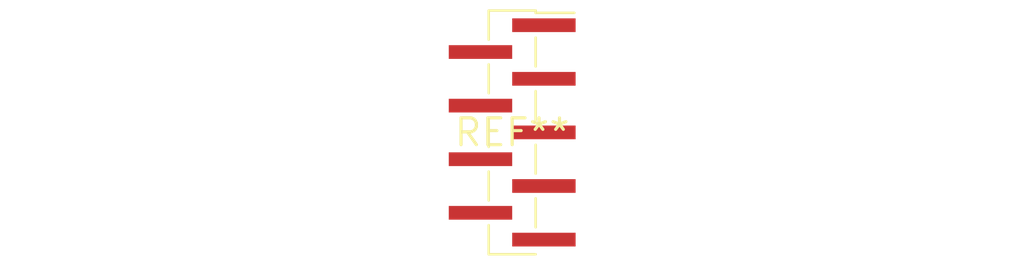
<source format=kicad_pcb>
(kicad_pcb (version 20240108) (generator pcbnew)
  (layers (0 "F.Cu" signal) (31 "B.Cu" signal) (34 "B.Paste" user) (35 "F.Paste" user) (36 "B.SilkS" user "B.Silkscreen") (37 "F.SilkS" user "F.Silkscreen") (38 "B.Mask" user) (39 "F.Mask" user) (44 "Edge.Cuts" user))
  (net 0 "")
  (footprint "PinHeader_1x09_P1.27mm_Vertical_SMD_Pin1Right" (layer "F.Cu") (at 0 0)
    (property "Reference" "REF**")
    (property "Value" "PinHeader_1x09_P1.27mm_Vertical_SMD_Pin1Right")
    (fp_line (start -1.11 -5.775) (end 1.11 -5.775) (layer "F.SilkS") (stroke (width 0.12)))
    (fp_line (start -1.11 -5.765) (end -1.11 -4.395) (layer "F.SilkS") (stroke (width 0.12)))
    (fp_line (start -1.11 -3.225) (end -1.11 -1.855) (layer "F.SilkS") (stroke (width 0.12)))
    (fp_line (start -1.11 -0.685) (end -1.11 0.685) (layer "F.SilkS") (stroke (width 0.12)))
    (fp_line (start -1.11 1.855) (end -1.11 3.225) (layer "F.SilkS") (stroke (width 0.12)))
    (fp_line (start -1.11 4.395) (end -1.11 5.765) (layer "F.SilkS") (stroke (width 0.12)))
    (fp_line (start -1.11 5.665) (end -1.11 5.775) (layer "F.SilkS") (stroke (width 0.12)))
    (fp_line (start -1.11 5.775) (end 1.11 5.775) (layer "F.SilkS") (stroke (width 0.12)))
    (fp_line (start 1.11 -5.775) (end 1.11 -5.665) (layer "F.SilkS") (stroke (width 0.12)))
    (fp_line (start 1.11 -5.665) (end 2.94 -5.665) (layer "F.SilkS") (stroke (width 0.12)))
    (fp_line (start 1.11 -4.495) (end 1.11 -3.125) (layer "F.SilkS") (stroke (width 0.12)))
    (fp_line (start 1.11 -1.955) (end 1.11 -0.585) (layer "F.SilkS") (stroke (width 0.12)))
    (fp_line (start 1.11 0.585) (end 1.11 1.955) (layer "F.SilkS") (stroke (width 0.12)))
    (fp_line (start 1.11 3.125) (end 1.11 4.495) (layer "F.SilkS") (stroke (width 0.12)))
    (pad "1" smd rect (at 1.5 -5.08) (size 3 0.65) (layers "F.Cu" "F.Paste" "F.Mask"))
    (pad "2" smd rect (at -1.5 -3.81) (size 3 0.65) (layers "F.Cu" "F.Paste" "F.Mask"))
    (pad "3" smd rect (at 1.5 -2.54) (size 3 0.65) (layers "F.Cu" "F.Paste" "F.Mask"))
    (pad "4" smd rect (at -1.5 -1.27) (size 3 0.65) (layers "F.Cu" "F.Paste" "F.Mask"))
    (pad "5" smd rect (at 1.5 0) (size 3 0.65) (layers "F.Cu" "F.Paste" "F.Mask"))
    (pad "6" smd rect (at -1.5 1.27) (size 3 0.65) (layers "F.Cu" "F.Paste" "F.Mask"))
    (pad "7" smd rect (at 1.5 2.54) (size 3 0.65) (layers "F.Cu" "F.Paste" "F.Mask"))
    (pad "8" smd rect (at -1.5 3.81) (size 3 0.65) (layers "F.Cu" "F.Paste" "F.Mask"))
    (pad "9" smd rect (at 1.5 5.08) (size 3 0.65) (layers "F.Cu" "F.Paste" "F.Mask"))
  )
)
</source>
